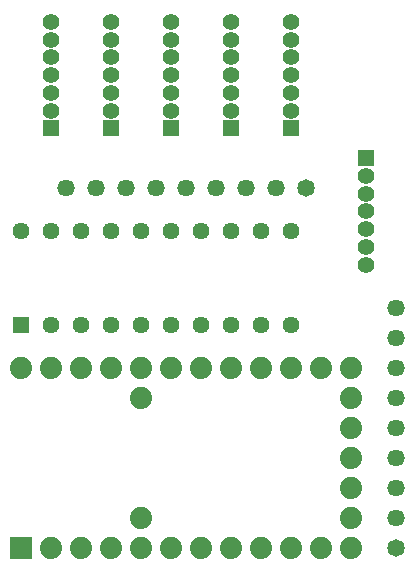
<source format=gbr>
G04 EAGLE Gerber RS-274X export*
G75*
%MOMM*%
%FSLAX34Y34*%
%LPD*%
%INSoldermask Bottom*%
%IPPOS*%
%AMOC8*
5,1,8,0,0,1.08239X$1,22.5*%
G01*
%ADD10R,1.879600X1.879600*%
%ADD11C,1.879600*%
%ADD12R,1.411200X1.411200*%
%ADD13C,1.411200*%
%ADD14R,1.441200X1.441200*%
%ADD15C,1.441200*%
%ADD16C,1.481200*%
%ADD17C,1.461200*%


D10*
X25400Y25400D03*
D11*
X152400Y25400D03*
X228600Y25400D03*
X254000Y25400D03*
X177800Y25400D03*
X203200Y25400D03*
X304800Y152400D03*
X304800Y50800D03*
X304800Y177800D03*
X279400Y177800D03*
X279400Y25400D03*
X304800Y25400D03*
X177800Y177800D03*
X152400Y177800D03*
X127000Y177800D03*
X101600Y177800D03*
X76200Y177800D03*
X50800Y177800D03*
X127000Y152400D03*
X304800Y101600D03*
X127000Y50800D03*
X50800Y25400D03*
X76200Y25400D03*
X101600Y25400D03*
X127000Y25400D03*
X254000Y177800D03*
X228600Y177800D03*
X203200Y177800D03*
X25400Y177800D03*
X304800Y76200D03*
X304800Y127000D03*
D12*
X254000Y381000D03*
D13*
X254000Y396000D03*
X254000Y411000D03*
X254000Y426000D03*
X254000Y441000D03*
X254000Y456000D03*
X254000Y471000D03*
D12*
X203200Y381000D03*
D13*
X203200Y396000D03*
X203200Y411000D03*
X203200Y426000D03*
X203200Y441000D03*
X203200Y456000D03*
X203200Y471000D03*
D12*
X152400Y381000D03*
D13*
X152400Y396000D03*
X152400Y411000D03*
X152400Y426000D03*
X152400Y441000D03*
X152400Y456000D03*
X152400Y471000D03*
D12*
X101600Y381000D03*
D13*
X101600Y396000D03*
X101600Y411000D03*
X101600Y426000D03*
X101600Y441000D03*
X101600Y456000D03*
X101600Y471000D03*
D12*
X50800Y381000D03*
D13*
X50800Y396000D03*
X50800Y411000D03*
X50800Y426000D03*
X50800Y441000D03*
X50800Y456000D03*
X50800Y471000D03*
D12*
X317500Y355600D03*
D13*
X317500Y340600D03*
X317500Y325600D03*
X317500Y310600D03*
X317500Y295600D03*
X317500Y280600D03*
X317500Y265600D03*
D14*
X25400Y214300D03*
D15*
X50800Y214300D03*
X76200Y214300D03*
X101600Y214300D03*
X127000Y214300D03*
X152400Y214300D03*
X177800Y214300D03*
X203200Y214300D03*
X228600Y214300D03*
X254000Y214300D03*
X254000Y293700D03*
X228600Y293700D03*
X203200Y293700D03*
X177800Y293700D03*
X152400Y293700D03*
X127000Y293700D03*
X101600Y293700D03*
X76200Y293700D03*
X50800Y293700D03*
X25400Y293700D03*
D16*
X266700Y330200D03*
D17*
X241300Y330200D03*
X215900Y330200D03*
X190500Y330200D03*
X165100Y330200D03*
X139700Y330200D03*
X114300Y330200D03*
X88900Y330200D03*
X63500Y330200D03*
D16*
X342900Y25400D03*
D17*
X342900Y50800D03*
X342900Y76200D03*
X342900Y101600D03*
X342900Y127000D03*
X342900Y152400D03*
X342900Y177800D03*
X342900Y203200D03*
X342900Y228600D03*
M02*

</source>
